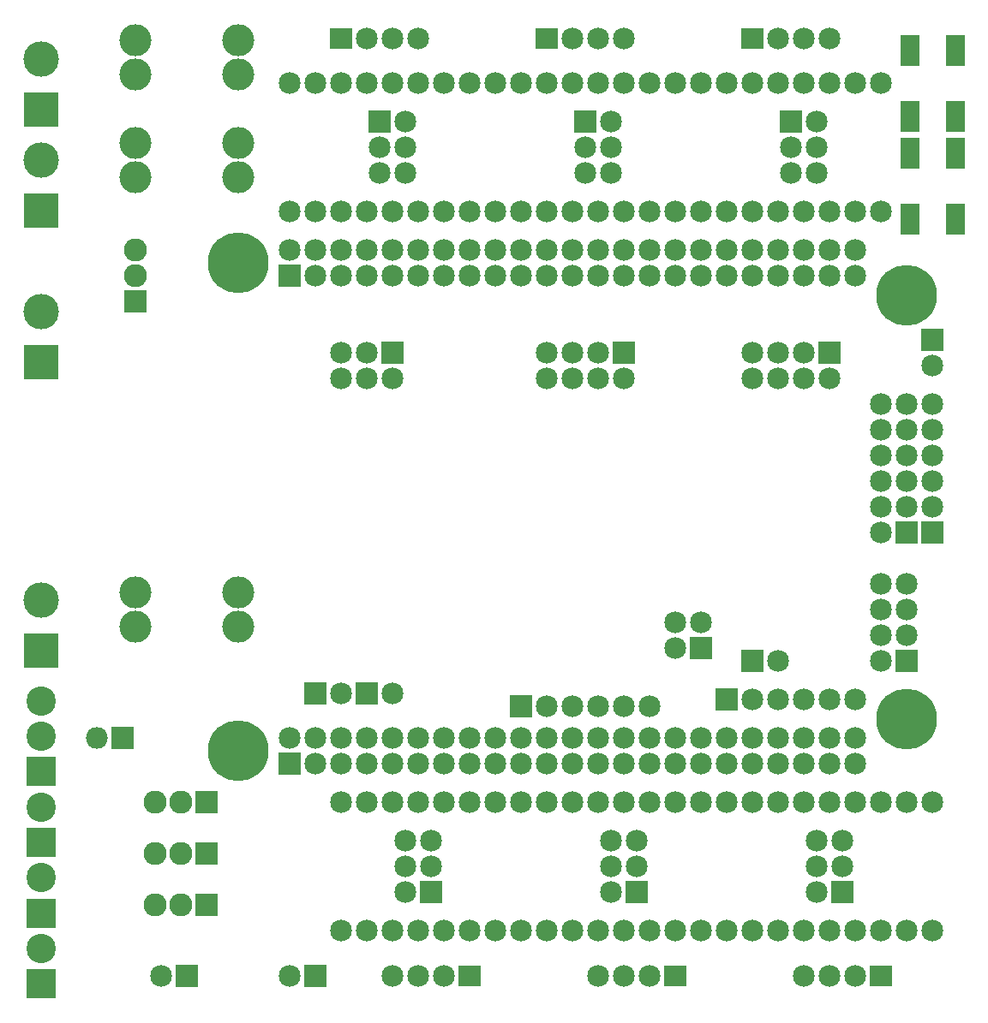
<source format=gbs>
G04 (created by PCBNEW (2013-07-07 BZR 4022)-stable) date 6/13/2014 10:53:15 AM*
%MOIN*%
G04 Gerber Fmt 3.4, Leading zero omitted, Abs format*
%FSLAX34Y34*%
G01*
G70*
G90*
G04 APERTURE LIST*
%ADD10C,0.00590551*%
%ADD11C,0.13811*%
%ADD12R,0.13811X0.13811*%
%ADD13R,0.085X0.085*%
%ADD14O,0.085X0.085*%
%ADD15C,0.124331*%
%ADD16C,0.085*%
%ADD17C,0.09*%
%ADD18R,0.09X0.09*%
%ADD19R,0.085X0.08*%
%ADD20R,0.075X0.1184*%
%ADD21C,0.114488*%
%ADD22R,0.114488X0.114488*%
%ADD23C,0.236535*%
G04 APERTURE END LIST*
G54D10*
G54D11*
X7834Y34606D03*
G54D12*
X7834Y32637D03*
G54D13*
X11000Y18000D03*
G54D14*
X10000Y18000D03*
G54D15*
X11492Y43830D03*
X11492Y45169D03*
X15507Y43830D03*
X15507Y45169D03*
G54D13*
X18500Y19750D03*
G54D16*
X19500Y19750D03*
G54D13*
X20500Y19750D03*
G54D16*
X21500Y19750D03*
G54D13*
X35500Y21000D03*
G54D16*
X36500Y21000D03*
G54D17*
X11500Y36000D03*
X11500Y37000D03*
G54D18*
X11500Y35000D03*
G54D17*
X13250Y13500D03*
X12250Y13500D03*
G54D18*
X14250Y13500D03*
G54D17*
X13250Y11500D03*
X12250Y11500D03*
G54D18*
X14250Y11500D03*
G54D17*
X13250Y15500D03*
X12250Y15500D03*
G54D18*
X14250Y15500D03*
G54D19*
X19500Y45250D03*
G54D16*
X20500Y45250D03*
X21500Y45250D03*
X22500Y45250D03*
G54D19*
X27500Y45250D03*
G54D16*
X28500Y45250D03*
X29500Y45250D03*
X30500Y45250D03*
G54D19*
X35500Y45250D03*
G54D16*
X36500Y45250D03*
X37500Y45250D03*
X38500Y45250D03*
G54D19*
X40500Y8750D03*
G54D16*
X39500Y8750D03*
X38500Y8750D03*
X37500Y8750D03*
G54D20*
X41614Y40779D03*
X43386Y40779D03*
X41614Y38220D03*
X43386Y38220D03*
G54D19*
X32500Y8750D03*
G54D16*
X31500Y8750D03*
X30500Y8750D03*
X29500Y8750D03*
G54D19*
X24500Y8750D03*
G54D16*
X23500Y8750D03*
X22500Y8750D03*
X21500Y8750D03*
G54D13*
X18500Y8750D03*
G54D16*
X17500Y8750D03*
G54D13*
X13500Y8750D03*
G54D16*
X12500Y8750D03*
G54D13*
X42500Y33500D03*
G54D16*
X42500Y32500D03*
G54D13*
X42500Y26000D03*
G54D16*
X42500Y27000D03*
X42500Y28000D03*
X42500Y29000D03*
X42500Y30000D03*
X42500Y31000D03*
G54D13*
X41500Y26000D03*
G54D16*
X40500Y26000D03*
X41500Y27000D03*
X40500Y27000D03*
X41500Y28000D03*
X40500Y28000D03*
X41500Y29000D03*
X40500Y29000D03*
X41500Y30000D03*
X40500Y30000D03*
X41500Y31000D03*
X40500Y31000D03*
G54D20*
X41614Y44779D03*
X43386Y44779D03*
X41614Y42220D03*
X43386Y42220D03*
G54D13*
X26500Y19250D03*
G54D16*
X27500Y19250D03*
X28500Y19250D03*
X29500Y19250D03*
X30500Y19250D03*
X31500Y19250D03*
G54D13*
X34500Y19500D03*
G54D16*
X35500Y19500D03*
X36500Y19500D03*
X37500Y19500D03*
X38500Y19500D03*
X39500Y19500D03*
G54D13*
X17500Y17000D03*
G54D16*
X17500Y18000D03*
X18500Y17000D03*
X18500Y18000D03*
X19500Y17000D03*
X19500Y18000D03*
X20500Y17000D03*
X20500Y18000D03*
X21500Y17000D03*
X21500Y18000D03*
X22500Y17000D03*
X22500Y18000D03*
X23500Y17000D03*
X23500Y18000D03*
X24500Y17000D03*
X24500Y18000D03*
X25500Y17000D03*
X25500Y18000D03*
X26500Y17000D03*
X26500Y18000D03*
X27500Y17000D03*
X27500Y18000D03*
X28500Y17000D03*
X28500Y18000D03*
X29500Y17000D03*
X29500Y18000D03*
X30500Y17000D03*
X30500Y18000D03*
X31500Y17000D03*
X31500Y18000D03*
X32500Y17000D03*
X32500Y18000D03*
X33500Y17000D03*
X33500Y18000D03*
X34500Y17000D03*
X34500Y18000D03*
X35500Y17000D03*
X35500Y18000D03*
X36500Y17000D03*
X36500Y18000D03*
X37500Y17000D03*
X37500Y18000D03*
X38500Y17000D03*
X38500Y18000D03*
X39500Y17000D03*
X39500Y18000D03*
G54D13*
X17500Y36000D03*
G54D16*
X17500Y37000D03*
X18500Y36000D03*
X18500Y37000D03*
X19500Y36000D03*
X19500Y37000D03*
X20500Y36000D03*
X20500Y37000D03*
X21500Y36000D03*
X21500Y37000D03*
X22500Y36000D03*
X22500Y37000D03*
X23500Y36000D03*
X23500Y37000D03*
X24500Y36000D03*
X24500Y37000D03*
X25500Y36000D03*
X25500Y37000D03*
X26500Y36000D03*
X26500Y37000D03*
X27500Y36000D03*
X27500Y37000D03*
X28500Y36000D03*
X28500Y37000D03*
X29500Y36000D03*
X29500Y37000D03*
X30500Y36000D03*
X30500Y37000D03*
X31500Y36000D03*
X31500Y37000D03*
X32500Y36000D03*
X32500Y37000D03*
X33500Y36000D03*
X33500Y37000D03*
X34500Y36000D03*
X34500Y37000D03*
X35500Y36000D03*
X35500Y37000D03*
X36500Y36000D03*
X36500Y37000D03*
X37500Y36000D03*
X37500Y37000D03*
X38500Y36000D03*
X38500Y37000D03*
X39500Y36000D03*
X39500Y37000D03*
X26500Y15500D03*
X25500Y15500D03*
X24500Y15500D03*
X23500Y15500D03*
X22500Y15500D03*
X21500Y15500D03*
X20500Y15500D03*
X19500Y15500D03*
X19500Y10500D03*
X20500Y10500D03*
X21500Y10500D03*
X22500Y10500D03*
X23500Y10500D03*
X24500Y10500D03*
X25500Y10500D03*
X26500Y10500D03*
X34500Y15500D03*
X33500Y15500D03*
X32500Y15500D03*
X31500Y15500D03*
X30500Y15500D03*
X29500Y15500D03*
X28500Y15500D03*
X27500Y15500D03*
X27500Y10500D03*
X28500Y10500D03*
X29500Y10500D03*
X30500Y10500D03*
X31500Y10500D03*
X32500Y10500D03*
X33500Y10500D03*
X34500Y10500D03*
X42500Y15500D03*
X41500Y15500D03*
X40500Y15500D03*
X39500Y15500D03*
X38500Y15500D03*
X37500Y15500D03*
X36500Y15500D03*
X35500Y15500D03*
X35500Y10500D03*
X36500Y10500D03*
X37500Y10500D03*
X38500Y10500D03*
X39500Y10500D03*
X40500Y10500D03*
X41500Y10500D03*
X42500Y10500D03*
X33500Y38500D03*
X34500Y38500D03*
X35500Y38500D03*
X36500Y38500D03*
X37500Y38500D03*
X38500Y38500D03*
X39500Y38500D03*
X40500Y38500D03*
X40500Y43500D03*
X39500Y43500D03*
X38500Y43500D03*
X37500Y43500D03*
X36500Y43500D03*
X35500Y43500D03*
X34500Y43500D03*
X33500Y43500D03*
X25500Y38500D03*
X26500Y38500D03*
X27500Y38500D03*
X28500Y38500D03*
X29500Y38500D03*
X30500Y38500D03*
X31500Y38500D03*
X32500Y38500D03*
X32500Y43500D03*
X31500Y43500D03*
X30500Y43500D03*
X29500Y43500D03*
X28500Y43500D03*
X27500Y43500D03*
X26500Y43500D03*
X25500Y43500D03*
X17500Y38500D03*
X18500Y38500D03*
X19500Y38500D03*
X20500Y38500D03*
X21500Y38500D03*
X22500Y38500D03*
X23500Y38500D03*
X24500Y38500D03*
X24500Y43500D03*
X23500Y43500D03*
X22500Y43500D03*
X21500Y43500D03*
X20500Y43500D03*
X19500Y43500D03*
X18500Y43500D03*
X17500Y43500D03*
G54D11*
X7834Y23385D03*
G54D12*
X7834Y21417D03*
G54D11*
X7834Y44448D03*
G54D12*
X7834Y42480D03*
G54D11*
X7834Y40511D03*
G54D12*
X7834Y38543D03*
G54D21*
X7834Y15314D03*
G54D22*
X7834Y13937D03*
G54D21*
X7834Y9803D03*
G54D22*
X7834Y8425D03*
G54D21*
X7834Y12559D03*
G54D22*
X7834Y11181D03*
G54D21*
X7834Y18070D03*
G54D22*
X7834Y16692D03*
G54D21*
X7834Y19448D03*
G54D23*
X41500Y18750D03*
X15500Y17500D03*
X15500Y36500D03*
X41500Y35250D03*
G54D13*
X38500Y33000D03*
G54D16*
X38500Y32000D03*
X37500Y33000D03*
X37500Y32000D03*
X36500Y33000D03*
X36500Y32000D03*
X35500Y33000D03*
X35500Y32000D03*
G54D13*
X30500Y33000D03*
G54D16*
X30500Y32000D03*
X29500Y33000D03*
X29500Y32000D03*
X28500Y33000D03*
X28500Y32000D03*
X27500Y33000D03*
X27500Y32000D03*
G54D13*
X41500Y21000D03*
G54D16*
X40500Y21000D03*
X41500Y22000D03*
X40500Y22000D03*
X41500Y23000D03*
X40500Y23000D03*
X41500Y24000D03*
X40500Y24000D03*
G54D13*
X31000Y12000D03*
G54D16*
X30000Y12000D03*
X31000Y13000D03*
X30000Y13000D03*
X31000Y14000D03*
X30000Y14000D03*
G54D13*
X39000Y12000D03*
G54D16*
X38000Y12000D03*
X39000Y13000D03*
X38000Y13000D03*
X39000Y14000D03*
X38000Y14000D03*
G54D13*
X23000Y12000D03*
G54D16*
X22000Y12000D03*
X23000Y13000D03*
X22000Y13000D03*
X23000Y14000D03*
X22000Y14000D03*
G54D13*
X37000Y42000D03*
G54D16*
X38000Y42000D03*
X37000Y41000D03*
X38000Y41000D03*
X37000Y40000D03*
X38000Y40000D03*
G54D13*
X29000Y42000D03*
G54D16*
X30000Y42000D03*
X29000Y41000D03*
X30000Y41000D03*
X29000Y40000D03*
X30000Y40000D03*
G54D13*
X21000Y42000D03*
G54D16*
X22000Y42000D03*
X21000Y41000D03*
X22000Y41000D03*
X21000Y40000D03*
X22000Y40000D03*
G54D13*
X21500Y33000D03*
G54D16*
X21500Y32000D03*
X20500Y33000D03*
X20500Y32000D03*
X19500Y33000D03*
X19500Y32000D03*
G54D13*
X33500Y21500D03*
G54D16*
X32500Y21500D03*
X33500Y22500D03*
X32500Y22500D03*
G54D15*
X11492Y22330D03*
X11492Y23669D03*
X15507Y22330D03*
X15507Y23669D03*
X11492Y39830D03*
X11492Y41169D03*
X15507Y39830D03*
X15507Y41169D03*
M02*

</source>
